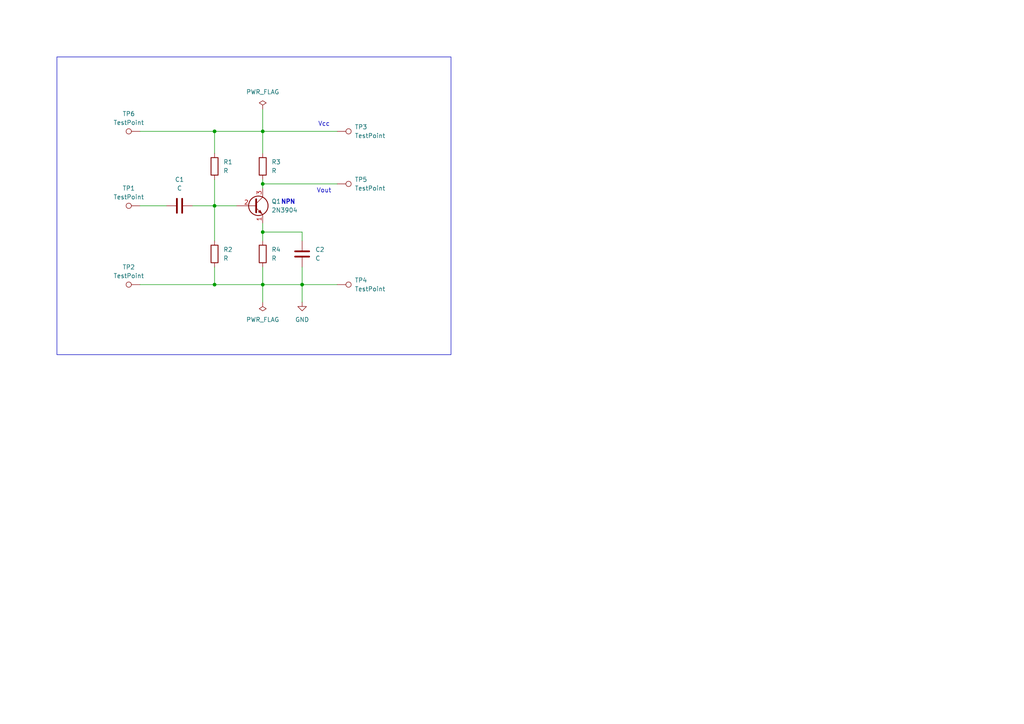
<source format=kicad_sch>
(kicad_sch (version 20231120) (generator "eeschema") (generator_version "8.0")
  (paper "A4")
  (lib_symbols
    (symbol "Connector:TestPoint" (pin_numbers hide) (pin_names (offset 0.762) hide)
      (property "Reference" "TP" (at 0 6.858 0))
      (property "Value" "TestPoint" (at 0 5.08 0))
      (symbol "TestPoint_0_1"
        (circle (center 0 3.302) (radius 0.762))
      )
      (symbol "TestPoint_1_1"
        (pin passive line (at 0 0 90) (length 2.54) (name "1") (number "1"))
      )
    )
    (symbol "Device:C" (pin_numbers hide) (pin_names (offset 0.254))
      (property "Reference" "C" (at 0.635 2.54 0))
      (property "Value" "C" (at 0.635 -2.54 0))
      (symbol "C_0_1"
        (polyline (pts (xy -2.032 -0.762) (xy 2.032 -0.762)) (stroke (width 0.508)))
        (polyline (pts (xy -2.032 0.762) (xy 2.032 0.762)) (stroke (width 0.508)))
      )
      (symbol "C_1_1"
        (pin passive line (at 0 3.81 270) (length 2.794) (name "~") (number "1"))
        (pin passive line (at 0 -3.81 90) (length 2.794) (name "~") (number "2"))
      )
    )
    (symbol "Device:R" (pin_numbers hide) (pin_names (offset 0))
      (property "Reference" "R" (at 2.032 0 90))
      (property "Value" "R" (at 0 0 90))
      (symbol "R_0_1"
        (rectangle (start -1.016 -2.54) (end 1.016 2.54) (stroke (width 0.254)))
      )
      (symbol "R_1_1"
        (pin passive line (at 0 3.81 270) (length 1.27) (name "~") (number "1"))
        (pin passive line (at 0 -3.81 90) (length 1.27) (name "~") (number "2"))
      )
    )
    (symbol "Transistor_BJT:2N3904" (pin_names (offset 0) hide)
      (property "Reference" "Q" (at 5.08 1.905 0))
      (property "Value" "2N3904" (at 5.08 0 0))
      (symbol "2N3904_0_1"
        (polyline (pts (xy 0.635 0.635) (xy 2.54 2.54)))
        (polyline (pts (xy 0.635 -0.635) (xy 2.54 -2.54) (xy 2.54 -2.54)))
        (polyline (pts (xy 0.635 1.905) (xy 0.635 -1.905) (xy 0.635 -1.905)) (stroke (width 0.508)))
        (polyline (pts (xy 1.27 -1.778) (xy 1.778 -1.27) (xy 2.286 -2.286) (xy 1.27 -1.778) (xy 1.27 -1.778)) (fill (type outline)))
        (circle (center 1.27 0) (radius 2.8194) (stroke (width 0.254)))
      )
      (symbol "2N3904_1_1"
        (pin passive line (at 2.54 -5.08 90) (length 2.54) (name "E") (number "1"))
        (pin passive line (at -5.08 0 0) (length 5.715) (name "B") (number "2"))
        (pin passive line (at 2.54 5.08 270) (length 2.54) (name "C") (number "3"))
      )
    )
    (symbol "power:GND" (power) (pin_numbers hide) (pin_names (offset 0) hide)
      (property "Value" "GND" (at 0 -3.81 0))
      (symbol "GND_0_1"
        (polyline (pts (xy 0 0) (xy 0 -1.27) (xy 1.27 -1.27) (xy 0 -2.54) (xy -1.27 -1.27) (xy 0 -1.27)))
      )
      (symbol "GND_1_1"
        (pin power_in line (at 0 0 270) (length 0) (name "~") (number "1"))
      )
    )
    (symbol "power:PWR_FLAG" (power) (pin_numbers hide) (pin_names (offset 0) hide)
      (property "Value" "PWR_FLAG" (at 0 3.81 0))
      (symbol "PWR_FLAG_0_0"
        (pin power_out line (at 0 0 90) (length 0) (name "~") (number "1"))
      )
      (symbol "PWR_FLAG_0_1"
        (polyline (pts (xy 0 0) (xy 0 1.27) (xy -1.016 1.905) (xy 0 2.54) (xy 1.016 1.905) (xy 0 1.27)))
      )
    )
  )
  (junction (at 76.2 53.34))
  (junction (at 76.2 67.31))
  (junction (at 76.2 38.1))
  (junction (at 62.23 38.1))
  (junction (at 62.23 59.69))
  (junction (at 87.63 82.55))
  (junction (at 62.23 82.55))
  (junction (at 76.2 82.55))
  (wire (pts (xy 87.63 67.31) (xy 87.63 69.85)))
  (wire (pts (xy 76.2 38.1) (xy 76.2 44.45)))
  (wire (pts (xy 76.2 64.77) (xy 76.2 67.31)))
  (wire (pts (xy 76.2 38.1) (xy 97.79 38.1)))
  (wire (pts (xy 62.23 52.07) (xy 62.23 59.69)))
  (wire (pts (xy 76.2 82.55) (xy 87.63 82.55)))
  (wire (pts (xy 76.2 67.31) (xy 76.2 69.85)))
  (wire (pts (xy 87.63 77.47) (xy 87.63 82.55)))
  (wire (pts (xy 87.63 82.55) (xy 97.79 82.55)))
  (wire (pts (xy 62.23 59.69) (xy 68.58 59.69)))
  (wire (pts (xy 62.23 82.55) (xy 76.2 82.55)))
  (wire (pts (xy 40.64 38.1) (xy 62.23 38.1)))
  (wire (pts (xy 76.2 77.47) (xy 76.2 82.55)))
  (wire (pts (xy 62.23 59.69) (xy 62.23 69.85)))
  (wire (pts (xy 76.2 67.31) (xy 87.63 67.31)))
  (wire (pts (xy 40.64 82.55) (xy 62.23 82.55)))
  (wire (pts (xy 76.2 52.07) (xy 76.2 53.34)))
  (wire (pts (xy 62.23 38.1) (xy 76.2 38.1)))
  (wire (pts (xy 76.2 53.34) (xy 97.79 53.34)))
  (wire (pts (xy 76.2 31.75) (xy 76.2 38.1)))
  (wire (pts (xy 76.2 82.55) (xy 76.2 87.63)))
  (wire (pts (xy 62.23 82.55) (xy 62.23 77.47)))
  (wire (pts (xy 40.64 59.69) (xy 48.26 59.69)))
  (wire (pts (xy 87.63 82.55) (xy 87.63 87.63)))
  (wire (pts (xy 55.88 59.69) (xy 62.23 59.69)))
  (wire (pts (xy 76.2 53.34) (xy 76.2 54.61)))
  (wire (pts (xy 62.23 38.1) (xy 62.23 44.45)))
  (rectangle (start 16.51 16.51) (end 130.81 102.87))
  (text "NPN" (at 83.566 58.674 0) (effects (font (size 1.27 1.27) (thickness 0.254) (bold yes))))
  (text "Vcc" (at 93.98 36.068 0) (effects (font (size 1.27 1.27))))
  (text "Vout" (at 93.98 55.372 0) (effects (font (size 1.27 1.27))))
  (symbol (lib_id "Device:R") (at 62.23 48.26 0) (unit 1)
    (property "Reference" "R1" (at 64.77 46.9899 0) (effects (justify left)))
    (property "Value" "R" (at 64.77 49.5299 0) (effects (justify left)))
    (property "Footprint" "Resistor_THT:R_Axial_DIN0207_L6.3mm_D2.5mm_P7.62mm_Horizontal" (effects (hide yes)))
    (property "Description" "Resistor" (effects (hide yes)))
  )
  (symbol (lib_id "Device:R") (at 76.2 48.26 0) (unit 1)
    (property "Reference" "R3" (at 78.74 46.9899 0) (effects (justify left)))
    (property "Value" "R" (at 78.74 49.5299 0) (effects (justify left)))
    (property "Footprint" "Resistor_THT:R_Axial_DIN0207_L6.3mm_D2.5mm_P7.62mm_Horizontal" (effects (hide yes)))
    (property "Description" "Resistor" (effects (hide yes)))
  )
  (symbol (lib_id "Device:R") (at 76.2 73.66 0) (unit 1)
    (property "Reference" "R4" (at 78.74 72.3899 0) (effects (justify left)))
    (property "Value" "R" (at 78.74 74.9299 0) (effects (justify left)))
    (property "Footprint" "Resistor_THT:R_Axial_DIN0207_L6.3mm_D2.5mm_P7.62mm_Horizontal" (effects (hide yes)))
    (property "Description" "Resistor" (effects (hide yes)))
  )
  (symbol (lib_id "Connector:TestPoint") (at 40.64 38.1 90) (unit 1)
    (property "Reference" "TP6" (at 37.338 33.02 90))
    (property "Value" "TestPoint" (at 37.338 35.56 90))
    (property "Footprint" "TestPoint:TestPoint_THTPad_3.0x3.0mm_Drill1.5mm" (effects (hide yes)))
    (property "Description" "test point" (effects (hide yes)))
  )
  (symbol (lib_id "Device:R") (at 62.23 73.66 0) (unit 1)
    (property "Reference" "R2" (at 64.77 72.3899 0) (effects (justify left)))
    (property "Value" "R" (at 64.77 74.9299 0) (effects (justify left)))
    (property "Footprint" "Resistor_THT:R_Axial_DIN0207_L6.3mm_D2.5mm_P7.62mm_Horizontal" (effects (hide yes)))
    (property "Description" "Resistor" (effects (hide yes)))
  )
  (symbol (lib_id "Transistor_BJT:2N3904") (at 73.66 59.69 0) (unit 1)
    (property "Reference" "Q1" (at 78.74 58.4199 0) (effects (justify left)))
    (property "Value" "2N3904" (at 78.74 60.9599 0) (effects (justify left)))
    (property "Footprint" "Package_TO_SOT_THT:TO-92_Inline" (effects (hide yes)))
    (property "Datasheet" "https://www.onsemi.com/pub/Collateral/2N3903-D.PDF" (effects (hide yes)))
    (property "Description" "0.2A Ic, 40V Vce, Small Signal NPN Transistor, TO-92" (effects (hide yes)))
  )
  (symbol (lib_id "Connector:TestPoint") (at 40.64 59.69 90) (unit 1)
    (property "Reference" "TP1" (at 37.338 54.61 90))
    (property "Value" "TestPoint" (at 37.338 57.15 90))
    (property "Footprint" "TestPoint:TestPoint_THTPad_3.0x3.0mm_Drill1.5mm" (effects (hide yes)))
    (property "Description" "test point" (effects (hide yes)))
  )
  (symbol (lib_id "Device:C") (at 52.07 59.69 270) (unit 1)
    (property "Reference" "C1" (at 52.07 52.07 90))
    (property "Value" "C" (at 52.07 54.61 90))
    (property "Footprint" "Capacitor_THT:C_Disc_D5.0mm_W2.5mm_P2.50mm" (effects (hide yes)))
    (property "Description" "Unpolarized capacitor" (effects (hide yes)))
  )
  (symbol (lib_id "power:PWR_FLAG") (at 76.2 87.63 180) (unit 1)
    (property "Reference" "#FLG02" (effects (hide yes)))
    (property "Value" "PWR_FLAG" (at 76.2 92.71 0))
    (property "Description" "Special symbol for telling ERC where power comes from" (effects (hide yes)))
  )
  (symbol (lib_id "power:GND") (at 87.63 87.63 0) (unit 1)
    (property "Reference" "#PWR01" (effects (hide yes)))
    (property "Value" "GND" (at 87.63 92.71 0))
    (property "Description" "Power symbol creates a global label with name \"GND\" , ground" (effects (hide yes)))
  )
  (symbol (lib_id "Device:C") (at 87.63 73.66 0) (unit 1)
    (property "Reference" "C2" (at 91.44 72.3899 0) (effects (justify left)))
    (property "Value" "C" (at 91.44 74.9299 0) (effects (justify left)))
    (property "Footprint" "Capacitor_THT:C_Disc_D5.0mm_W2.5mm_P2.50mm" (effects (hide yes)))
    (property "Description" "Unpolarized capacitor" (effects (hide yes)))
  )
  (symbol (lib_id "Connector:TestPoint") (at 97.79 38.1 270) (unit 1)
    (property "Reference" "TP3" (at 102.87 36.8299 90) (effects (justify left)))
    (property "Value" "TestPoint" (at 102.87 39.3699 90) (effects (justify left)))
    (property "Footprint" "TestPoint:TestPoint_THTPad_3.0x3.0mm_Drill1.5mm" (effects (hide yes)))
    (property "Description" "test point" (effects (hide yes)))
  )
  (symbol (lib_id "Connector:TestPoint") (at 97.79 53.34 270) (unit 1)
    (property "Reference" "TP5" (at 102.87 52.0699 90) (effects (justify left)))
    (property "Value" "TestPoint" (at 102.87 54.6099 90) (effects (justify left)))
    (property "Footprint" "TestPoint:TestPoint_THTPad_3.0x3.0mm_Drill1.5mm" (effects (hide yes)))
    (property "Description" "test point" (effects (hide yes)))
  )
  (symbol (lib_id "Connector:TestPoint") (at 97.79 82.55 270) (unit 1)
    (property "Reference" "TP4" (at 102.87 81.2799 90) (effects (justify left)))
    (property "Value" "TestPoint" (at 102.87 83.8199 90) (effects (justify left)))
    (property "Footprint" "TestPoint:TestPoint_THTPad_3.0x3.0mm_Drill1.5mm" (effects (hide yes)))
    (property "Description" "test point" (effects (hide yes)))
  )
  (symbol (lib_id "Connector:TestPoint") (at 40.64 82.55 90) (unit 1)
    (property "Reference" "TP2" (at 37.338 77.47 90))
    (property "Value" "TestPoint" (at 37.338 80.01 90))
    (property "Footprint" "TestPoint:TestPoint_THTPad_3.0x3.0mm_Drill1.5mm" (effects (hide yes)))
    (property "Description" "test point" (effects (hide yes)))
  )
  (symbol (lib_id "power:PWR_FLAG") (at 76.2 31.75 0) (unit 1)
    (property "Reference" "#FLG01" (effects (hide yes)))
    (property "Value" "PWR_FLAG" (at 76.2 26.67 0))
    (property "Description" "Special symbol for telling ERC where power comes from" (effects (hide yes)))
  )
)
</source>
